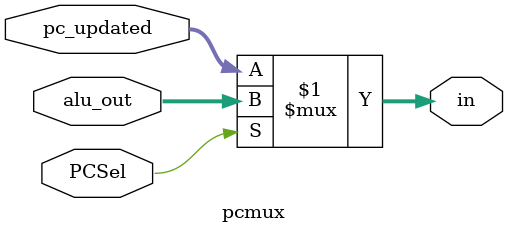
<source format=v>
module pcmux #(parameter WIDTH = 5, AWIDTH = 32, DWIDTH = 32)(

	//INPUTS TO THE PCMUX
	input [AWIDTH-1:0] pc_updated,
	input [DWIDTH-1:0] alu_out,
	input PCSel,

	//OUTPUTS FROM THE PCMUX
	output [DWIDTH-1:0] in
);

	assign in = PCSel ? alu_out : pc_updated; 

endmodule

</source>
